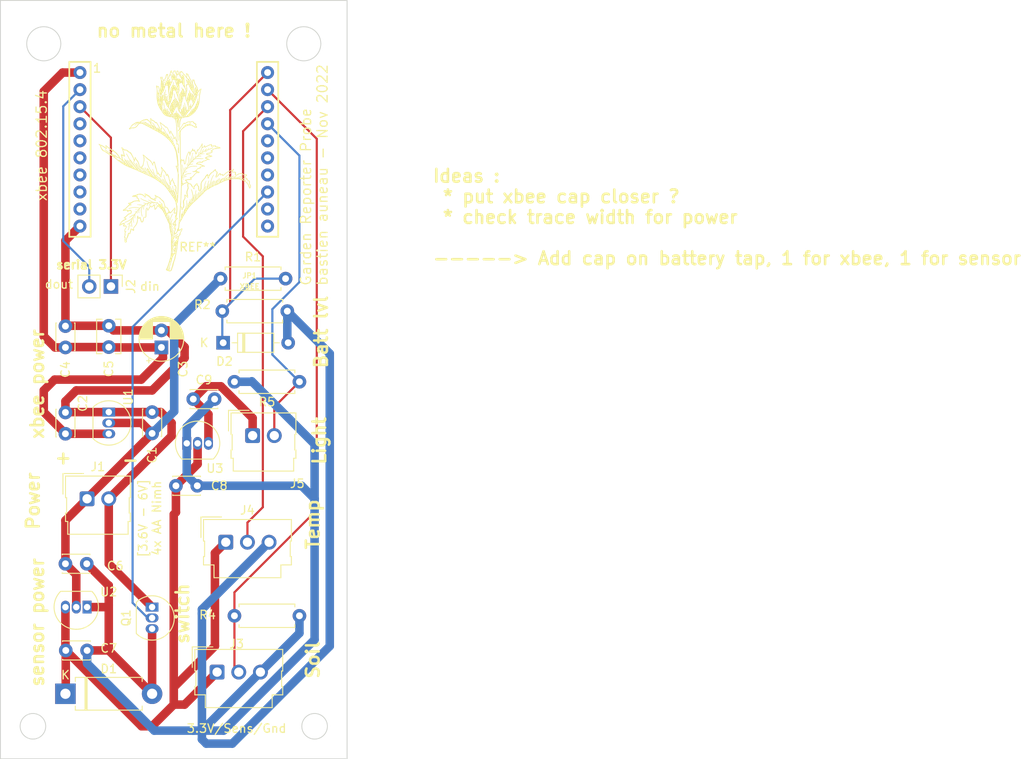
<source format=kicad_pcb>
(kicad_pcb (version 20211014) (generator pcbnew)
  (title_block (title "Garden Reporter Probe") (date "2022-11-15") (rev "2.0") (company "While-True") (comment 1 "Bastien Auneau"))
  (layers (0 "F.Cu" signal) (31 "B.Cu" signal) (34 "B.Paste" user) (35 "F.Paste" user) (36 "B.SilkS" user "B.Silkscreen") (37 "F.SilkS" user "F.Silkscreen") (38 "B.Mask" user) (39 "F.Mask" user) (44 "Edge.Cuts" user))
  (net 0 "")
  (net 1 "+BATT")
  (net 2 "-BATT")
  (net 3 "+3.3V")
  (net 4 "GND1")
  (net 5 "+3.3VADC")
  (net 6 "/sensor_batt")
  (net 7 "Net-(J2-Pad1)")
  (net 8 "Net-(J2-Pad2)")
  (net 9 "/sensor_soil")
  (net 10 "/sensor_temp")
  (net 11 "/sensor_light")
  (net 20 "/xbee_ON")
  (net 24 "+1V2")
  (footprint "RF-SF:XBEE" (layer "F.Cu") (at 153.67 83.06562)
    (fp_text reference "JP1" (at 8.89 3.81) (layer "F.SilkS") (effects (font (size 0.6096 0.6096) (thickness 0.127))))
    (fp_text value "XBEE" (at 8.89 5.08) (layer "F.SilkS") (effects (font (size 0.6096 0.6096) (thickness 0.127))))
    (fp_text user "1" (at -8.9916 -20.50796) (layer "F.SilkS") (effects (font (size 1.016 1.016) (thickness 0.1524))))
    (pad "1" thru_hole circle locked (at -10.9982 -19.99996) (size 1.524 1.524) (drill 0.79756) (layers *.Cu *.Mask) (net 3 "+3.3V"))
    (pad "2" thru_hole circle locked (at -10.9982 -17.99844) (size 1.524 1.524) (drill 0.79756) (layers *.Cu *.Mask) (net 8 "Net-(J2-Pad2)"))
    (pad "3" thru_hole circle locked (at -10.9982 -15.99946) (size 1.524 1.524) (drill 0.79756) (layers *.Cu *.Mask) (net 7 "Net-(J2-Pad1)"))
    (pad "4" thru_hole circle locked (at -10.9982 -13.99794) (size 1.524 1.524) (drill 0.79756) (layers *.Cu *.Mask))
    (pad "5" thru_hole circle locked (at -10.9982 -11.99896) (size 1.524 1.524) (drill 0.79756) (layers *.Cu *.Mask))
    (pad "6" thru_hole circle locked (at -10.9982 -9.99998) (size 1.524 1.524) (drill 0.79756) (layers *.Cu *.Mask))
    (pad "7" thru_hole circle locked (at -10.9982 -7.99846) (size 1.524 1.524) (drill 0.79756) (layers *.Cu *.Mask))
    (pad "8" thru_hole circle locked (at -10.9982 -5.99948) (size 1.524 1.524) (drill 0.79756) (layers *.Cu *.Mask))
    (pad "9" thru_hole circle locked (at -10.9982 -3.99796) (size 1.524 1.524) (drill 0.79756) (layers *.Cu *.Mask))
    (pad "10" thru_hole circle locked (at -10.9982 -1.99898) (size 1.524 1.524) (drill 0.79756) (layers *.Cu *.Mask) (net 2 "-BATT"))
    (pad "11" thru_hole circle locked (at 10.9982 -1.99898) (size 1.524 1.524) (drill 0.79756) (layers *.Cu *.Mask))
    (pad "12" thru_hole circle locked (at 10.9982 -3.99796) (size 1.524 1.524) (drill 0.79756) (layers *.Cu *.Mask))
    (pad "13" thru_hole circle locked (at 10.9982 -5.99948) (size 1.524 1.524) (drill 0.79756) (layers *.Cu *.Mask) (net 20 "/xbee_ON"))
    (pad "14" thru_hole circle locked (at 10.9982 -7.99846) (size 1.524 1.524) (drill 0.79756) (layers *.Cu *.Mask))
    (pad "15" thru_hole circle locked (at 10.9982 -9.99998) (size 1.524 1.524) (drill 0.79756) (layers *.Cu *.Mask))
    (pad "16" thru_hole circle locked (at 10.9982 -11.99896) (size 1.524 1.524) (drill 0.79756) (layers *.Cu *.Mask))
    (pad "17" thru_hole circle locked (at 10.9982 -13.99794) (size 1.524 1.524) (drill 0.79756) (layers *.Cu *.Mask) (net 11 "/sensor_light"))
    (pad "18" thru_hole circle locked (at 10.9982 -15.99946) (size 1.524 1.524) (drill 0.79756) (layers *.Cu *.Mask) (net 10 "/sensor_temp"))
    (pad "19" thru_hole circle locked (at 10.9982 -17.99844) (size 1.524 1.524) (drill 0.79756) (layers *.Cu *.Mask) (net 9 "/sensor_soil"))
    (pad "20" thru_hole circle locked (at 10.9982 -19.99996) (size 1.524 1.524) (drill 0.79756) (layers *.Cu *.Mask) (net 6 "/sensor_batt"))
  )
  (footprint "Connector_Molex:Molex_SL_171971-0003_1x03_P2.54mm_Vertical" (layer "F.Cu") (at 158.75 133.35)
    (fp_text reference "J3" (at 2.286 -3.302) (layer "F.SilkS"))
    (fp_text value "70543-0002")
    (pad "1" thru_hole roundrect (at 0 0) (size 1.74 1.74) (drill 1.09) (layers *.Cu *.Mask) (roundrect_rratio 0.1436781609) (net 5 "+3.3VADC"))
    (pad "2" thru_hole circle (at 2.54 0) (size 1.74 1.74) (drill 1.09) (layers *.Cu *.Mask) (net 9 "/sensor_soil"))
    (pad "3" thru_hole circle (at 5.08 0) (size 1.74 1.74) (drill 1.09) (layers *.Cu *.Mask) (net 4 "GND1"))
  )
  (footprint "Diode_THT:D_DO-35_SOD27_P7.62mm_Horizontal" (layer "F.Cu") (at 159.4612 94.742)
    (fp_text reference "D2" (at 0.1524 2.1844) (layer "F.SilkS"))
    (fp_text value "1N4620")
    (fp_text user "K" (at -2.2352 0) (layer "F.SilkS"))
    (pad "1" thru_hole rect (at 0 0) (size 1.6 1.6) (drill 0.8) (layers *.Cu *.Mask) (net 6 "/sensor_batt"))
    (pad "2" thru_hole oval (at 7.62 0) (size 1.6 1.6) (drill 0.8) (layers *.Cu *.Mask) (net 4 "GND1"))
  )
  (footprint "Capacitor_THT:C_Disc_D3.0mm_W2.0mm_P2.50mm" (layer "F.Cu") (at 151.13 105.37 90)
    (fp_text reference "C1" (at -2.54 0 90) (layer "F.SilkS"))
    (fp_text value "1uF")
    (pad "1" thru_hole circle (at 0 0 90) (size 1.6 1.6) (drill 0.8) (layers *.Cu *.Mask) (net 1 "+BATT"))
    (pad "2" thru_hole circle (at 2.5 0 90) (size 1.6 1.6) (drill 0.8) (layers *.Cu *.Mask) (net 2 "-BATT"))
  )
  (footprint "Resistor_THT:R_Axial_DIN0207_L6.3mm_D2.5mm_P7.62mm_Horizontal" (layer "F.Cu") (at 159.3596 91.0336)
    (fp_text reference "R2" (at -2.3368 -0.762) (layer "F.SilkS"))
    (fp_text value "2K 1%")
    (pad "1" thru_hole circle (at 0 0) (size 1.6 1.6) (drill 0.8) (layers *.Cu *.Mask) (net 6 "/sensor_batt"))
    (pad "2" thru_hole oval (at 7.62 0) (size 1.6 1.6) (drill 0.8) (layers *.Cu *.Mask) (net 4 "GND1"))
  )
  (footprint "Diode_THT:D_DO-15_P10.16mm_Horizontal" (layer "F.Cu") (at 140.97 135.89)
    (fp_text reference "D1" (at 5.08 -2.92) (layer "F.SilkS"))
    (fp_text value "SB130")
    (fp_text user "K" (at 0 -2.2) (layer "F.SilkS"))
    (pad "1" thru_hole rect (at 0 0) (size 2.4 2.4) (drill 1.2) (layers *.Cu *.Mask) (net 5 "+3.3VADC"))
    (pad "2" thru_hole oval (at 10.16 0) (size 2.4 2.4) (drill 1.2) (layers *.Cu *.Mask) (net 4 "GND1"))
  )
  (footprint "Resistor_THT:R_Axial_DIN0207_L6.3mm_D2.5mm_P7.62mm_Horizontal" (layer "F.Cu") (at 168.402 99.314 180)
    (fp_text reference "R5" (at 3.81 -2.37) (layer "F.SilkS"))
    (fp_text value "68 1%")
    (pad "1" thru_hole circle (at 0 0 180) (size 1.6 1.6) (drill 0.8) (layers *.Cu *.Mask) (net 11 "/sensor_light"))
    (pad "2" thru_hole oval (at 7.62 0 180) (size 1.6 1.6) (drill 0.8) (layers *.Cu *.Mask) (net 4 "GND1"))
  )
  (footprint "Connector_Molex:Molex_SL_171971-0003_1x03_P2.54mm_Vertical" (layer "F.Cu") (at 159.766 118.122)
    (fp_text reference "J4" (at 2.54 -3.75) (layer "F.SilkS"))
    (fp_text value "70543-0002")
    (pad "1" thru_hole roundrect (at 0 0) (size 1.74 1.74) (drill 1.09) (layers *.Cu *.Mask) (roundrect_rratio 0.1436781609) (net 5 "+3.3VADC"))
    (pad "2" thru_hole circle (at 2.54 0) (size 1.74 1.74) (drill 1.09) (layers *.Cu *.Mask) (net 10 "/sensor_temp"))
    (pad "3" thru_hole circle (at 5.08 0) (size 1.74 1.74) (drill 1.09) (layers *.Cu *.Mask) (net 4 "GND1"))
  )
  (footprint "Package_TO_SOT_THT:TO-92_Inline" (layer "F.Cu") (at 146.05 102.87 -90)
    (fp_text reference "U1" (at -1.778 -2.286 90) (layer "F.SilkS"))
    (fp_text value "MCP1700-3302E_TO92")
    (pad "1" thru_hole rect (at 0 0 270) (size 1.05 1.5) (drill 0.75) (layers *.Cu *.Mask) (net 2 "-BATT"))
    (pad "2" thru_hole oval (at 1.27 0 270) (size 1.05 1.5) (drill 0.75) (layers *.Cu *.Mask) (net 1 "+BATT"))
    (pad "3" thru_hole oval (at 2.54 0 270) (size 1.05 1.5) (drill 0.75) (layers *.Cu *.Mask) (net 3 "+3.3V"))
  )
  (footprint "Package_TO_SOT_THT:TO-92_Inline" (layer "F.Cu") (at 151.13 125.73 -90)
    (fp_text reference "Q1" (at 1.27 3.048 90) (layer "F.SilkS"))
    (fp_text value "TN0702N3-G")
    (pad "1" thru_hole rect (at 0 0 270) (size 1.05 1.5) (drill 0.75) (layers *.Cu *.Mask) (net 2 "-BATT"))
    (pad "2" thru_hole oval (at 1.27 0 270) (size 1.05 1.5) (drill 0.75) (layers *.Cu *.Mask) (net 20 "/xbee_ON"))
    (pad "3" thru_hole oval (at 2.54 0 270) (size 1.05 1.5) (drill 0.75) (layers *.Cu *.Mask) (net 4 "GND1"))
  )
  (footprint "Connector_Molex:Molex_SL_171971-0002_1x02_P2.54mm_Vertical" (layer "F.Cu") (at 143.51 113.03)
    (fp_text reference "J1" (at 1.27 -3.75) (layer "F.SilkS"))
    (fp_text value "70543-0106")
    (pad "1" thru_hole roundrect (at 0 0) (size 1.74 1.74) (drill 1.09) (layers *.Cu *.Mask) (roundrect_rratio 0.1436781609) (net 1 "+BATT"))
    (pad "2" thru_hole circle (at 2.54 0) (size 1.74 1.74) (drill 1.09) (layers *.Cu *.Mask) (net 2 "-BATT"))
  )
  (footprint "Package_TO_SOT_THT:TO-92_Inline" (layer "F.Cu") (at 143.51 125.73 180)
    (fp_text reference "U2" (at -2.54 1.778) (layer "F.SilkS"))
    (fp_text value "MCP1700-3302E_TO92")
    (pad "1" thru_hole rect (at 0 0 180) (size 1.05 1.5) (drill 0.75) (layers *.Cu *.Mask) (net 4 "GND1"))
    (pad "2" thru_hole oval (at 1.27 0 180) (size 1.05 1.5) (drill 0.75) (layers *.Cu *.Mask) (net 1 "+BATT"))
    (pad "3" thru_hole oval (at 2.54 0 180) (size 1.05 1.5) (drill 0.75) (layers *.Cu *.Mask) (net 5 "+3.3VADC"))
  )
  (footprint "Resistor_THT:R_Axial_DIN0207_L6.3mm_D2.5mm_P7.62mm_Horizontal" (layer "F.Cu") (at 160.782 126.746)
    (fp_text reference "R4" (at -3.1496 -0.1016) (layer "F.SilkS"))
    (fp_text value "17K 1%")
    (pad "1" thru_hole circle (at 0 0) (size 1.6 1.6) (drill 0.8) (layers *.Cu *.Mask) (net 9 "/sensor_soil"))
    (pad "2" thru_hole oval (at 7.62 0) (size 1.6 1.6) (drill 0.8) (layers *.Cu *.Mask) (net 4 "GND1"))
  )
  (footprint "Resistor_THT:R_Axial_DIN0207_L6.3mm_D2.5mm_P7.62mm_Horizontal" (layer "F.Cu") (at 159.1564 87.2236)
    (fp_text reference "R1" (at 3.81 -2.54) (layer "F.SilkS"))
    (fp_text value "10K 1%")
    (pad "1" thru_hole circle (at 0 0) (size 1.6 1.6) (drill 0.8) (layers *.Cu *.Mask) (net 1 "+BATT"))
    (pad "2" thru_hole oval (at 7.62 0) (size 1.6 1.6) (drill 0.8) (layers *.Cu *.Mask) (net 6 "/sensor_batt"))
  )
  (footprint "Capacitor_THT:C_Disc_D3.0mm_W2.0mm_P2.50mm" (layer "F.Cu") (at 141.01 130.81)
    (fp_text reference "C7" (at 5.04 -0.254) (layer "F.SilkS"))
    (fp_text value "1uF")
    (pad "1" thru_hole circle (at 0 0) (size 1.6 1.6) (drill 0.8) (layers *.Cu *.Mask) (net 5 "+3.3VADC"))
    (pad "2" thru_hole circle (at 2.5 0) (size 1.6 1.6) (drill 0.8) (layers *.Cu *.Mask) (net 4 "GND1"))
  )
  (footprint "Capacitor_THT:C_Disc_D3.0mm_W2.0mm_P2.50mm" (layer "F.Cu") (at 153.924 111.506)
    (fp_text reference "C8" (at 5.08 0) (layer "F.SilkS"))
    (fp_text value "1uF")
    (pad "1" thru_hole circle (at 0 0) (size 1.6 1.6) (drill 0.8) (layers *.Cu *.Mask) (net 5 "+3.3VADC"))
    (pad "2" thru_hole circle (at 2.5 0) (size 1.6 1.6) (drill 0.8) (layers *.Cu *.Mask) (net 4 "GND1"))
  )
  (footprint "Capacitor_THT:CP_Radial_D5.0mm_P2.00mm" (layer "F.Cu") (at 152.22 95.29 90)
    (fp_text reference "C3" (at -2.54 2.54 90) (layer "F.SilkS"))
    (fp_text value "10uF")
    (pad "1" thru_hole rect (at 0 0 90) (size 1.6 1.6) (drill 0.8) (layers *.Cu *.Mask) (net 3 "+3.3V"))
    (pad "2" thru_hole circle (at 2 0 90) (size 1.6 1.6) (drill 0.8) (layers *.Cu *.Mask) (net 2 "-BATT"))
  )
  (footprint "Library_bastien:Artichaut" (layer "F.Cu") (at 153.924 86.614)
    (fp_text reference "REF**" (at 2.54 -3.090313 unlocked) (layer "F.SilkS"))
    (fp_text value "Artichaut")
  )
  (footprint "Package_TO_SOT_THT:TO-92_Inline" (layer "F.Cu") (at 155.194 106.532)
    (fp_text reference "U3" (at 3.302 2.942) (layer "F.SilkS"))
    (fp_text value "MCP1700-1202E_TO92")
    (pad "1" thru_hole rect (at 0 0) (size 1.05 1.5) (drill 0.75) (layers *.Cu *.Mask) (net 4 "GND1"))
    (pad "2" thru_hole oval (at 1.27 0) (size 1.05 1.5) (drill 0.75) (layers *.Cu *.Mask) (net 5 "+3.3VADC"))
    (pad "3" thru_hole oval (at 2.54 0) (size 1.05 1.5) (drill 0.75) (layers *.Cu *.Mask) (net 24 "+1V2"))
  )
  (footprint "Capacitor_THT:C_Disc_D3.0mm_W2.0mm_P2.50mm" (layer "F.Cu") (at 140.97 95.29 90)
    (fp_text reference "C4" (at -2.58 0 90) (layer "F.SilkS"))
    (fp_text value "1uF")
    (pad "1" thru_hole circle (at 0 0 90) (size 1.6 1.6) (drill 0.8) (layers *.Cu *.Mask) (net 3 "+3.3V"))
    (pad "2" thru_hole circle (at 2.5 0 90) (size 1.6 1.6) (drill 0.8) (layers *.Cu *.Mask) (net 2 "-BATT"))
  )
  (footprint "Capacitor_THT:C_Disc_D3.0mm_W2.0mm_P2.50mm" (layer "F.Cu") (at 140.97 120.65)
    (fp_text reference "C6" (at 5.842 0.254) (layer "F.SilkS"))
    (fp_text value "1uF")
    (pad "1" thru_hole circle (at 0 0) (size 1.6 1.6) (drill 0.8) (layers *.Cu *.Mask) (net 1 "+BATT"))
    (pad "2" thru_hole circle (at 2.5 0) (size 1.6 1.6) (drill 0.8) (layers *.Cu *.Mask) (net 4 "GND1"))
  )
  (footprint "Capacitor_THT:C_Disc_D3.0mm_W2.0mm_P2.50mm" (layer "F.Cu") (at 155.956 101.346)
    (fp_text reference "C9" (at 1.25 -2.25) (layer "F.SilkS"))
    (fp_text value "1uF")
    (pad "1" thru_hole circle (at 0 0) (size 1.6 1.6) (drill 0.8) (layers *.Cu *.Mask) (net 24 "+1V2"))
    (pad "2" thru_hole circle (at 2.5 0) (size 1.6 1.6) (drill 0.8) (layers *.Cu *.Mask) (net 4 "GND1"))
  )
  (footprint "Connector_PinHeader_2.54mm:PinHeader_1x02_P2.54mm_Vertical" (layer "F.Cu") (at 146.304 88.143 -90)
    (fp_text reference "J2" (at 0 -2.33 -270) (layer "F.SilkS"))
    (fp_text value "Conn_01x02")
    (pad "1" thru_hole rect (at 0 0 270) (size 1.7 1.7) (drill 1) (layers *.Cu *.Mask) (net 7 "Net-(J2-Pad1)"))
    (pad "2" thru_hole oval (at 0 2.54 270) (size 1.7 1.7) (drill 1) (layers *.Cu *.Mask) (net 8 "Net-(J2-Pad2)"))
  )
  (footprint "Capacitor_THT:C_Disc_D3.8mm_W2.6mm_P2.50mm" (layer "F.Cu") (at 146.05 95.25 90)
    (fp_text reference "C5" (at -2.54 0 90) (layer "F.SilkS"))
    (fp_text value "8.2pF")
    (pad "1" thru_hole circle (at 0 0 90) (size 1.6 1.6) (drill 0.8) (layers *.Cu *.Mask) (net 3 "+3.3V"))
    (pad "2" thru_hole circle (at 2.5 0 90) (size 1.6 1.6) (drill 0.8) (layers *.Cu *.Mask) (net 2 "-BATT"))
  )
  (footprint "Capacitor_THT:C_Disc_D3.0mm_W2.0mm_P2.50mm" (layer "F.Cu") (at 140.97 105.41 90)
    (fp_text reference "C2" (at 3.556 2.032 90) (layer "F.SilkS"))
    (fp_text value "1uF")
    (pad "1" thru_hole circle (at 0 0 90) (size 1.6 1.6) (drill 0.8) (layers *.Cu *.Mask) (net 3 "+3.3V"))
    (pad "2" thru_hole circle (at 2.5 0 90) (size 1.6 1.6) (drill 0.8) (layers *.Cu *.Mask) (net 2 "-BATT"))
  )
  (footprint "Connector_Molex:Molex_SL_171971-0002_1x02_P2.54mm_Vertical" (layer "F.Cu") (at 162.9156 105.6252)
    (fp_text reference "J5" (at 5.2324 5.6268) (layer "F.SilkS"))
    (fp_text value "70543-0002")
    (pad "1" thru_hole roundrect (at 0 0) (size 1.74 1.74) (drill 1.09) (layers *.Cu *.Mask) (roundrect_rratio 0.143678) (net 24 "+1V2"))
    (pad "2" thru_hole circle (at 2.54 0) (size 1.74 1.74) (drill 1.09) (layers *.Cu *.Mask) (net 11 "/sensor_light"))
  )
  (gr_circle (center 138.43 59.69) (end 140.43 59.69) (layer "Edge.Cuts") (width 0.1) (fill none))
  (gr_rect (start 133.35 143.51) (end 173.99 54.61) (layer "Edge.Cuts") (width 0.1) (fill none))
  (gr_circle (center 137.16 139.7) (end 138.66 139.7) (layer "Edge.Cuts") (width 0.1) (fill none))
  (gr_circle (center 168.91 59.69) (end 170.91 59.69) (layer "Edge.Cuts") (width 0.1) (fill none))
  (gr_circle (center 170.18 139.7) (end 171.68 139.7) (layer "Edge.Cuts") (width 0.1) (fill none))
  (gr_text "3.3V/Sens/Gnd" (at 161.036 139.954) (layer "F.SilkS") (effects (font (size 1 1))))
  (gr_text "xbee power" (at 137.668 99.568 90) (layer "F.SilkS") (effects (font (size 1.5 1.5) (thickness 0.3))))
  (gr_text "[3.6V - 6V]\n4x AA Nimh" (at 150.876 115.316 90) (layer "F.SilkS") (effects (font (size 1 1))))
  (gr_text "dout" (at 140.208 87.884) (layer "F.SilkS") (effects (font (size 1 1))))
  (gr_text "sensor power" (at 137.668 127.508 90) (layer "F.SilkS") (effects (font (size 1.5 1.5) (thickness 0.3))))
  (gr_text "Temp" (at 169.9768 116.0272 90) (layer "F.SilkS") (effects (font (size 1.5 1.5) (thickness 0.3))))
  (gr_text "Light" (at 170.7388 106.2228 90) (layer "F.SilkS") (effects (font (size 1.5 1.5) (thickness 0.3))))
  (gr_text "Soil" (at 169.9768 131.9276 90) (layer "F.SilkS") (effects (font (size 1.5 1.5) (thickness 0.3))))
  (gr_text "xbee 802.15.4" (at 138.176 71.628 90) (layer "F.SilkS") (effects (font (size 1.2 1.2))))
  (gr_text "switch" (at 154.686 126.492 90) (layer "F.SilkS") (effects (font (size 1.5 1.5) (thickness 0.3))))
  (gr_text "Ideas : \n * put xbee cap closer ?\n * check trace width for power\n\n-----> Add cap on battery tap, 1 for xbee, 1 for sensor" (at 183.896 80.01) (layer "F.SilkS") (effects (font (size 1.5 1.5) (thickness 0.3)) (justify left)))
  (gr_text "+" (at 140.716 108.204) (layer "F.SilkS") (effects (font (size 1.5 1.5) (thickness 0.3))))
  (gr_text "no metal here !" (at 153.67 58.166) (layer "F.SilkS") (effects (font (size 1.5 1.5) (thickness 0.3))))
  (gr_text "din" (at 150.876 88.138) (layer "F.SilkS") (effects (font (size 1 1))))
  (gr_text "-" (at 148.59 108.458) (layer "F.SilkS") (effects (font (size 1.5 1.5) (thickness 0.3))))
  (gr_text "Power" (at 137.16 113.284 90) (layer "F.SilkS") (effects (font (size 1.5 1.5) (thickness 0.3))))
  (gr_text "Garden Reporter Probe\nbastien auneau - Nov 2022" (at 170.1292 88.138 90) (layer "F.SilkS") (effects (font (size 1.2 1.2)) (justify left)))
  (gr_text "Batt lvl" (at 170.942 93.472 90) (layer "F.SilkS") (effects (font (size 1.5 1.5) (thickness 0.3))))
  (gr_text "serial 3.3V" (at 144.018 85.598) (layer "F.SilkS") (effects (font (size 1 1) (thickness 0.25))))
  (segment (start 143.51 112.99) (end 151.13 105.37) (width 1) (layer "F.Cu") (net 1))
  (segment (start 142.24 121.92) (end 142.24 125.73) (width 1) (layer "F.Cu") (net 1))
  (segment (start 143.51 113.03) (end 140.97 115.57) (width 1) (layer "F.Cu") (net 1))
  (segment (start 151.13 105.37) (end 149.9 104.14) (width 1) (layer "F.Cu") (net 1))
  (segment (start 140.97 120.65) (end 142.24 121.92) (width 1) (layer "F.Cu") (net 1))
  (segment (start 143.51 113.03) (end 143.51 112.99) (width 1) (layer "F.Cu") (net 1))
  (segment (start 140.97 115.57) (end 140.97 120.65) (width 1) (layer "F.Cu") (net 1))
  (segment (start 149.9 104.14) (end 146.05 104.14) (width 1) (layer "F.Cu") (net 1))
  (segment (start 153.72 102.78) (end 153.72 92.66) (width 1) (layer "B.Cu") (net 1))
  (segment (start 151.13 105.37) (end 153.72 102.78) (width 1) (layer "B.Cu") (net 1))
  (segment (start 153.72 92.66) (end 159.1564 87.2236) (width 1) (layer "B.Cu") (net 1))
  (segment (start 140.97 82.76844) (end 142.6718 81.06664) (width 1) (layer "F.Cu") (net 2))
  (segment (start 146.05 113.03) (end 153.416 105.664) (width 1) (layer "F.Cu") (net 2))
  (segment (start 153.416 104.14) (end 152.146 102.87) (width 1) (layer "F.Cu") (net 2))
  (segment (start 152.22 93.29) (end 146.59 93.29) (width 1) (layer "F.Cu") (net 2))
  (segment (start 142.24 100.33) (end 151.13 100.33) (width 1) (layer "F.Cu") (net 2))
  (segment (start 140.97 101.6) (end 142.24 100.33) (width 1) (layer "F.Cu") (net 2))
  (segment (start 146.05 113.03) (end 146.05 120.65) (width 1) (layer "F.Cu") (net 2))
  (segment (start 146.05 92.75) (end 141.01 92.75) (width 1) (layer "F.Cu") (net 2))
  (segment (start 151.13 102.87) (end 146.05 102.87) (width 1) (layer "F.Cu") (net 2))
  (segment (start 140.97 92.79) (end 140.97 82.76844) (width 1) (layer "F.Cu") (net 2))
  (segment (start 146.59 93.29) (end 146.05 92.75) (width 1) (layer "F.Cu") (net 2))
  (segment (start 140.97 102.91) (end 140.97 101.6) (width 1) (layer "F.Cu") (net 2))
  (segment (start 152.98 93.29) (end 152.22 93.29) (width 1) (layer "F.Cu") (net 2))
  (segment (start 146.05 120.65) (end 151.13 125.73) (width 1) (layer "F.Cu") (net 2))
  (segment (start 154.94 95.25) (end 152.98 93.29) (width 1) (layer "F.Cu") (net 2))
  (segment (start 153.416 105.664) (end 153.416 104.14) (width 1) (layer "F.Cu") (net 2))
  (segment (start 154.94 96.52) (end 154.94 95.25) (width 1) (layer "F.Cu") (net 2))
  (segment (start 151.13 100.33) (end 154.94 96.52) (width 1) (layer "F.Cu") (net 2))
  (segment (start 146.05 102.87) (end 141.01 102.87) (width 1) (layer "F.Cu") (net 2))
  (segment (start 141.01 92.75) (end 140.97 92.79) (width 1) (layer "F.Cu") (net 2))
  (segment (start 152.146 102.87) (end 151.13 102.87) (width 1) (layer "F.Cu") (net 2))
  (segment (start 141.01 102.87) (end 140.97 102.91) (width 1) (layer "F.Cu") (net 2))
  (segment (start 152.22 95.29) (end 146.09 95.29) (width 1) (layer "F.Cu") (net 3))
  (segment (start 152.4 96.52) (end 152.4 95.47) (width 1) (layer "F.Cu") (net 3))
  (segment (start 139.74 95.29) (end 138.43 93.98) (width 1) (layer "F.Cu") (net 3))
  (segment (start 141.01 95.25) (end 140.97 95.29) (width 1) (layer "F.Cu") (net 3))
  (segment (start 146.09 95.29) (end 146.05 95.25) (width 1) (layer "F.Cu") (net 3))
  (segment (start 146.05 95.25) (end 141.01 95.25) (width 1) (layer "F.Cu") (net 3))
  (segment (start 140.97 105.41) (end 138.43 102.87) (width 1) (layer "F.Cu") (net 3))
  (segment (start 140.64234 63.06566) (end 142.6718 63.06566) (width 1) (layer "F.Cu") (net 3))
  (segment (start 138.43 102.87) (end 138.43 100.33) (width 1) (layer "F.Cu") (net 3))
  (segment (start 138.43 65.278) (end 140.64234 63.06566) (width 1) (layer "F.Cu") (net 3))
  (segment (start 152.4 95.47) (end 152.22 95.29) (width 1) (layer "F.Cu") (net 3))
  (segment (start 139.7 99.06) (end 149.86 99.06) (width 1) (layer "F.Cu") (net 3))
  (segment (start 140.97 95.29) (end 139.74 95.29) (width 1) (layer "F.Cu") (net 3))
  (segment (start 149.86 99.06) (end 152.4 96.52) (width 1) (layer "F.Cu") (net 3))
  (segment (start 146.05 105.41) (end 140.97 105.41) (width 1) (layer "F.Cu") (net 3))
  (segment (start 138.43 93.98) (end 138.43 65.278) (width 1) (layer "F.Cu") (net 3))
  (segment (start 138.43 100.33) (end 139.7 99.06) (width 1) (layer "F.Cu") (net 3))
  (segment (start 146.05 125.476) (end 146.05 130.81) (width 1) (layer "F.Cu") (net 4))
  (segment (start 151.13 135.89) (end 146.05 130.81) (width 1) (layer "F.Cu") (net 4))
  (segment (start 146.05 130.81) (end 143.51 130.81) (width 1) (layer "F.Cu") (net 4))
  (segment (start 143.51 125.73) (end 145.796 125.73) (width 1) (layer "F.Cu") (net 4))
  (segment (start 143.47 120.65) (end 146.01 123.19) (width 1) (layer "F.Cu") (net 4))
  (segment (start 146.05 123.19) (end 146.05 125.476) (width 1) (layer "F.Cu") (net 4))
  (segment (start 145.796 125.73) (end 146.05 125.476) (width 1) (layer "F.Cu") (net 4))
  (segment (start 146.01 123.19) (end 146.05 123.19) (width 1) (layer "F.Cu") (net 4))
  (segment (start 151.13 128.27) (end 151.13 135.89) (width 1) (layer "F.Cu") (net 4))
  (segment (start 159.512 140.208) (end 170.18 129.54) (width 1) (layer "B.Cu") (net 4))
  (segment (start 168.656 111.506) (end 170.18 113.03) (width 1) (layer "B.Cu") (net 4))
  (segment (start 162.762184 99.314) (end 160.782 99.314) (width 1) (layer "B.Cu") (net 4))
  (segment (start 143.51 130.81) (end 143.51 132.334) (width 1) (layer "B.Cu") (net 4))
  (segment (start 156.972 141.224) (end 157.48 141.732) (width 1) (layer "B.Cu") (net 4))
  (segment (start 171.958 96.012) (end 166.9796 91.0336) (width 1) (layer "B.Cu") (net 4))
  (segment (start 157.226 139.954) (end 163.83 133.35) (width 1) (layer "B.Cu") (net 4))
  (segment (start 156.424 111.506) (end 155.194 110.276) (width 1) (layer "B.Cu") (net 4))
  (segment (start 166.9796 94.6404) (end 167.0812 94.742) (width 1) (layer "B.Cu") (net 4))
  (segment (start 170.18 106.630216) (end 162.812984 99.2632) (width 1) (layer "B.Cu") (net 4))
  (segment (start 155.194 106.532) (end 155.194 104.608) (width 1) (layer "B.Cu") (net 4))
  (segment (start 155.194 110.276) (end 155.194 106.532) (width 1) (layer "B.Cu") (net 4))
  (segment (start 156.972 125.996) (end 156.972 126.492) (width 1) (layer "B.Cu") (net 4))
  (segment (start 171.958 130.302) (end 171.958 96.012) (width 1) (layer "B.Cu") (net 4))
  (segment (start 156.972 140.208) (end 159.512 140.208) (width 1) (layer "B.Cu") (net 4))
  (segment (start 156.972 140.208) (end 156.972 141.224) (width 1) (layer "B.Cu") (net 4))
  (segment (start 170.18 113.03) (end 170.18 106.630216) (width 1) (layer "B.Cu") (net 4))
  (segment (start 155.956 140.208) (end 156.972 140.208) (width 1) (layer "B.Cu") (net 4))
  (segment (start 160.528 141.732) (end 171.958 130.302) (width 1) (layer "B.Cu") (net 4))
  (segment (start 170.18 129.54) (end 170.18 113.03) (width 1) (layer "B.Cu") (net 4))
  (segment (start 143.51 132.334) (end 151.384 140.208) (width 1) (layer "B.Cu") (net 4))
  (segment (start 162.812984 99.2632) (end 162.762184 99.314) (width 1) (layer "B.Cu") (net 4))
  (segment (start 163.83 133.35) (end 168.402 128.778) (width 1) (layer "B.Cu") (net 4))
  (segment (start 151.384 140.208) (end 155.956 140.208) (width 1) (layer "B.Cu") (net 4))
  (segment (start 157.48 141.732) (end 160.528 141.732) (width 1) (layer "B.Cu") (net 4))
  (segment (start 156.972 140.208) (end 156.972 126.492) (width 1) (layer "B.Cu") (net 4))
  (segment (start 164.846 118.122) (end 156.972 125.996) (width 1) (layer "B.Cu") (net 4))
  (segment (start 155.194 104.608) (end 158.456 101.346) (width 1) (layer "B.Cu") (net 4))
  (segment (start 166.9796 91.0336) (end 166.9796 94.6404) (width 1) (layer "B.Cu") (net 4))
  (segment (start 156.424 111.506) (end 168.656 111.506) (width 1) (layer "B.Cu") (net 4))
  (segment (start 156.972 140.208) (end 157.226 139.954) (width 1) (layer "B.Cu") (net 4))
  (segment (start 168.402 128.778) (end 168.402 127) (width 1) (layer "B.Cu") (net 4))
  (segment (start 156.464 108.966) (end 156.464 106.532) (width 1) (layer "F.Cu") (net 5))
  (segment (start 141.01 130.81) (end 141.01 135.85) (width 1) (layer "F.Cu") (net 5))
  (segment (start 153.67 135.128) (end 158.496 130.302) (width 1) (layer "F.Cu") (net 5))
  (segment (start 153.67 137.16) (end 154.94 137.16) (width 1) (layer "F.Cu") (net 5))
  (segment (start 158.496 130.302) (end 158.496 119.392) (width 1) (layer "F.Cu") (net 5))
  (segment (start 140.97 130.77) (end 141.01 130.81) (width 1) (layer "F.Cu") (net 5))
  (segment (start 153.924 111.506) (end 156.464 108.966) (width 1) (layer "F.Cu") (net 5))
  (segment (start 153.924 114.6168) (end 153.924 111.506) (width 1) (layer "F.Cu") (net 5))
  (segment (start 153.67 137.16) (end 153.67 135.128) (width 1) (layer "F.Cu") (net 5))
  (segment (start 141.01 130.81) (end 149.9 139.7) (width 1) (layer "F.Cu") (net 5))
  (segment (start 141.01 135.85) (end 140.97 135.89) (width 1) (layer "F.Cu") (net 5))
  (segment (start 153.67 114.8708) (end 153.924 114.6168) (width 1) (layer "F.Cu") (net 5))
  (segment (start 153.67 137.16) (end 153.67 114.8708) (width 1) (layer "F.Cu") (net 5))
  (segment (start 140.97 125.73) (end 140.97 130.77) (width 1) (layer "F.Cu") (net 5))
  (segment (start 149.9 139.7) (end 151.13 139.7) (width 1) (layer "F.Cu") (net 5))
  (segment (start 154.94 137.16) (end 158.75 133.35) (width 1) (layer "F.Cu") (net 5))
  (segment (start 151.13 139.7) (end 153.67 137.16) (width 1) (layer "F.Cu") (net 5))
  (segment (start 158.496 119.392) (end 159.766 118.122) (width 1) (layer "F.Cu") (net 5))
  (segment (start 160.2814 90.1118) (end 160.2814 67.45246) (width 0.25) (layer "F.Cu") (net 6))
  (segment (start 160.2814 67.45246) (end 164.6682 63.06566) (width 0.25) (layer "F.Cu") (net 6))
  (segment (start 159.3596 91.0336) (end 160.2814 90.1118) (width 0.25) (layer "F.Cu") (net 6))
  (segment (start 159.3596 94.6404) (end 159.4612 94.742) (width 0.25) (layer "B.Cu") (net 6))
  (segment (start 159.3596 91.0336) (end 159.3596 94.6404) (width 0.25) (layer "B.Cu") (net 6))
  (segment (start 163.1696 87.2236) (end 159.3596 91.0336) (width 0.25) (layer "B.Cu") (net 6))
  (segment (start 166.7764 87.2236) (end 163.1696 87.2236) (width 0.25) (layer "B.Cu") (net 6))
  (segment (start 146.304 88.143) (end 146.304 70.69836) (width 0.25) (layer "F.Cu") (net 7))
  (segment (start 146.304 70.69836) (end 142.6718 67.06616) (width 0.25) (layer "F.Cu") (net 7))
  (segment (start 140.716 82.804) (end 140.716 67.02298) (width 0.25) (layer "B.Cu") (net 8))
  (segment (start 143.764 88.143) (end 143.764 85.852) (width 0.25) (layer "B.Cu") (net 8))
  (segment (start 140.716 67.02298) (end 142.6718 65.06718) (width 0.25) (layer "B.Cu") (net 8))
  (segment (start 143.764 85.852) (end 140.716 82.804) (width 0.25) (layer "B.Cu") (net 8))
  (segment (start 160.782 127) (end 160.782 132.842) (width 0.25) (layer "F.Cu") (net 9))
  (segment (start 160.782 127) (end 160.782 124.0028) (width 0.25) (layer "F.Cu") (net 9))
  (segment (start 170.434 70.83298) (end 164.6682 65.06718) (width 0.25) (layer "F.Cu") (net 9))
  (segment (start 160.782 124.0028) (end 170.434 114.3508) (width 0.25) (layer "F.Cu") (net 9))
  (segment (start 160.782 132.842) (end 161.29 133.35) (width 0.25) (layer "F.Cu") (net 9))
  (segment (start 170.434 114.3508) (end 170.434 70.83298) (width 0.25) (layer "F.Cu") (net 9))
  (segment (start 161.798 82.296) (end 161.798 69.93636) (width 0.25) (layer "F.Cu") (net 10))
  (segment (start 162.306 115.824) (end 162.306 118.122) (width 0.25) (layer "F.Cu") (net 10))
  (segment (start 164.1106 114.0194) (end 164.1106 84.6086) (width 0.25) (layer "F.Cu") (net 10))
  (segment (start 161.798 69.93636) (end 164.6682 67.06616) (width 0.25) (layer "F.Cu") (net 10))
  (segment (start 164.1106 114.0194) (end 162.306 115.824) (width 0.25) (layer "F.Cu") (net 10))
  (segment (start 164.1106 84.6086) (end 161.798 82.296) (width 0.25) (layer "F.Cu") (net 10))
  (segment (start 165.4556 102.2604) (end 168.402 99.314) (width 0.25) (layer "F.Cu") (net 11))
  (segment (start 165.4556 105.6252) (end 165.4556 102.2604) (width 0.25) (layer "F.Cu") (net 11))
  (segment (start 168.402 99.314) (end 165.227 96.139) (width 0.25) (layer "B.Cu") (net 11))
  (segment (start 168.402 72.80148) (end 164.6682 69.06768) (width 0.25) (layer "B.Cu") (net 11))
  (segment (start 168.402 87.63) (end 168.402 72.80148) (width 0.25) (layer "B.Cu") (net 11))
  (segment (start 165.227 90.805) (end 168.402 87.63) (width 0.25) (layer "B.Cu") (net 11))
  (segment (start 165.227 96.139) (end 165.227 90.805) (width 0.25) (layer "B.Cu") (net 11))
  (segment (start 148.844 92.89034) (end 164.6682 77.06614) (width 0.25) (layer "B.Cu") (net 20))
  (segment (start 151.13 127) (end 150.622 127) (width 0.25) (layer "B.Cu") (net 20))
  (segment (start 148.844 125.222) (end 148.844 92.89034) (width 0.25) (layer "B.Cu") (net 20))
  (segment (start 150.622 127) (end 148.844 125.222) (width 0.25) (layer "B.Cu") (net 20))
  (segment (start 157.734 106.532) (end 157.734 103.124) (width 1) (layer "F.Cu") (net 24))
  (segment (start 162.9156 105.6252) (end 162.9156 103.568921) (width 1) (layer "F.Cu") (net 24))
  (segment (start 157.734 103.124) (end 155.956 101.346) (width 1) (layer "F.Cu") (net 24))
  (segment (start 162.9156 103.568921) (end 159.192679 99.846) (width 1) (layer "F.Cu") (net 24))
  (segment (start 159.192679 99.846) (end 157.456 99.846) (width 1) (layer "F.Cu") (net 24))
  (segment (start 157.456 99.846) (end 155.956 101.346) (width 1) (layer "F.Cu") (net 24))
)
</source>
